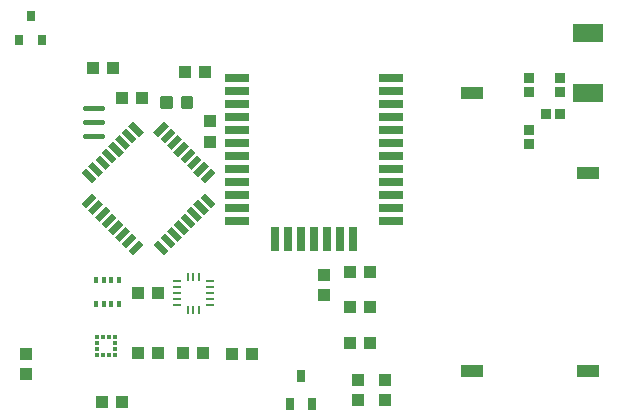
<source format=gtp>
G75*
%MOIN*%
%OFA0B0*%
%FSLAX25Y25*%
%IPPOS*%
%LPD*%
%AMOC8*
5,1,8,0,0,1.08239X$1,22.5*
%
%ADD10R,0.04331X0.03937*%
%ADD11C,0.01181*%
%ADD12R,0.03937X0.04331*%
%ADD13R,0.05000X0.02200*%
%ADD14R,0.02200X0.05000*%
%ADD15R,0.02756X0.01102*%
%ADD16R,0.01102X0.02756*%
%ADD17C,0.01772*%
%ADD18R,0.07874X0.02756*%
%ADD19R,0.02756X0.07874*%
%ADD20R,0.03346X0.03543*%
%ADD21R,0.03543X0.03346*%
%ADD22R,0.03150X0.03937*%
%ADD23R,0.07677X0.03937*%
%ADD24R,0.09843X0.06299*%
%ADD25R,0.03150X0.03543*%
%ADD26R,0.01378X0.01969*%
%ADD27R,0.01772X0.01378*%
%ADD28R,0.01378X0.01772*%
D10*
X0103272Y0017173D03*
X0109965Y0017173D03*
X0115358Y0033315D03*
X0122051Y0033315D03*
X0130358Y0033315D03*
X0137051Y0033315D03*
X0146579Y0032921D03*
X0153272Y0032921D03*
X0122051Y0053315D03*
X0115358Y0053315D03*
X0185949Y0048669D03*
X0192642Y0048669D03*
X0192642Y0036858D03*
X0185949Y0036858D03*
X0185949Y0060480D03*
X0192642Y0060480D03*
X0116539Y0118315D03*
X0109846Y0118315D03*
X0107051Y0128315D03*
X0100358Y0128315D03*
X0130831Y0127016D03*
X0137524Y0127016D03*
D11*
X0130228Y0118276D02*
X0130228Y0115520D01*
X0130228Y0118276D02*
X0132984Y0118276D01*
X0132984Y0115520D01*
X0130228Y0115520D01*
X0130228Y0116700D02*
X0132984Y0116700D01*
X0132984Y0117880D02*
X0130228Y0117880D01*
X0123323Y0118276D02*
X0123323Y0115520D01*
X0123323Y0118276D02*
X0126079Y0118276D01*
X0126079Y0115520D01*
X0123323Y0115520D01*
X0123323Y0116700D02*
X0126079Y0116700D01*
X0126079Y0117880D02*
X0123323Y0117880D01*
D12*
X0077878Y0026425D03*
X0077878Y0033118D03*
X0177091Y0052803D03*
X0177091Y0059496D03*
X0188508Y0024457D03*
X0197563Y0024457D03*
X0197563Y0017764D03*
X0188508Y0017764D03*
X0139335Y0103906D03*
X0139335Y0110598D03*
D13*
G36*
X0115538Y0105515D02*
X0112004Y0109049D01*
X0113560Y0110605D01*
X0117094Y0107071D01*
X0115538Y0105515D01*
G37*
G36*
X0113311Y0103288D02*
X0109777Y0106822D01*
X0111333Y0108378D01*
X0114867Y0104844D01*
X0113311Y0103288D01*
G37*
G36*
X0111084Y0101061D02*
X0107550Y0104595D01*
X0109106Y0106151D01*
X0112640Y0102617D01*
X0111084Y0101061D01*
G37*
G36*
X0108857Y0098834D02*
X0105323Y0102368D01*
X0106879Y0103924D01*
X0110413Y0100390D01*
X0108857Y0098834D01*
G37*
G36*
X0106630Y0096607D02*
X0103096Y0100141D01*
X0104652Y0101697D01*
X0108186Y0098163D01*
X0106630Y0096607D01*
G37*
G36*
X0104403Y0094379D02*
X0100869Y0097913D01*
X0102425Y0099469D01*
X0105959Y0095935D01*
X0104403Y0094379D01*
G37*
G36*
X0102176Y0092152D02*
X0098642Y0095686D01*
X0100198Y0097242D01*
X0103732Y0093708D01*
X0102176Y0092152D01*
G37*
G36*
X0099949Y0089925D02*
X0096415Y0093459D01*
X0097971Y0095015D01*
X0101505Y0091481D01*
X0099949Y0089925D01*
G37*
G36*
X0128303Y0070479D02*
X0124769Y0074013D01*
X0126325Y0075569D01*
X0129859Y0072035D01*
X0128303Y0070479D01*
G37*
G36*
X0126076Y0068252D02*
X0122542Y0071786D01*
X0124098Y0073342D01*
X0127632Y0069808D01*
X0126076Y0068252D01*
G37*
G36*
X0123849Y0066025D02*
X0120315Y0069559D01*
X0121871Y0071115D01*
X0125405Y0067581D01*
X0123849Y0066025D01*
G37*
G36*
X0130530Y0072706D02*
X0126996Y0076240D01*
X0128552Y0077796D01*
X0132086Y0074262D01*
X0130530Y0072706D01*
G37*
G36*
X0132757Y0074933D02*
X0129223Y0078467D01*
X0130779Y0080023D01*
X0134313Y0076489D01*
X0132757Y0074933D01*
G37*
G36*
X0134984Y0077161D02*
X0131450Y0080695D01*
X0133006Y0082251D01*
X0136540Y0078717D01*
X0134984Y0077161D01*
G37*
G36*
X0137212Y0079388D02*
X0133678Y0082922D01*
X0135234Y0084478D01*
X0138768Y0080944D01*
X0137212Y0079388D01*
G37*
G36*
X0139439Y0081615D02*
X0135905Y0085149D01*
X0137461Y0086705D01*
X0140995Y0083171D01*
X0139439Y0081615D01*
G37*
D14*
G36*
X0137461Y0089925D02*
X0135905Y0091481D01*
X0139439Y0095015D01*
X0140995Y0093459D01*
X0137461Y0089925D01*
G37*
G36*
X0135234Y0092152D02*
X0133678Y0093708D01*
X0137212Y0097242D01*
X0138768Y0095686D01*
X0135234Y0092152D01*
G37*
G36*
X0133006Y0094379D02*
X0131450Y0095935D01*
X0134984Y0099469D01*
X0136540Y0097913D01*
X0133006Y0094379D01*
G37*
G36*
X0130779Y0096607D02*
X0129223Y0098163D01*
X0132757Y0101697D01*
X0134313Y0100141D01*
X0130779Y0096607D01*
G37*
G36*
X0128552Y0098834D02*
X0126996Y0100390D01*
X0130530Y0103924D01*
X0132086Y0102368D01*
X0128552Y0098834D01*
G37*
G36*
X0126325Y0101061D02*
X0124769Y0102617D01*
X0128303Y0106151D01*
X0129859Y0104595D01*
X0126325Y0101061D01*
G37*
G36*
X0124098Y0103288D02*
X0122542Y0104844D01*
X0126076Y0108378D01*
X0127632Y0106822D01*
X0124098Y0103288D01*
G37*
G36*
X0121871Y0105515D02*
X0120315Y0107071D01*
X0123849Y0110605D01*
X0125405Y0109049D01*
X0121871Y0105515D01*
G37*
G36*
X0097971Y0081615D02*
X0096415Y0083171D01*
X0099949Y0086705D01*
X0101505Y0085149D01*
X0097971Y0081615D01*
G37*
G36*
X0100198Y0079388D02*
X0098642Y0080944D01*
X0102176Y0084478D01*
X0103732Y0082922D01*
X0100198Y0079388D01*
G37*
G36*
X0102425Y0077161D02*
X0100869Y0078717D01*
X0104403Y0082251D01*
X0105959Y0080695D01*
X0102425Y0077161D01*
G37*
G36*
X0104652Y0074933D02*
X0103096Y0076489D01*
X0106630Y0080023D01*
X0108186Y0078467D01*
X0104652Y0074933D01*
G37*
G36*
X0106879Y0072706D02*
X0105323Y0074262D01*
X0108857Y0077796D01*
X0110413Y0076240D01*
X0106879Y0072706D01*
G37*
G36*
X0109106Y0070479D02*
X0107550Y0072035D01*
X0111084Y0075569D01*
X0112640Y0074013D01*
X0109106Y0070479D01*
G37*
G36*
X0111333Y0068252D02*
X0109777Y0069808D01*
X0113311Y0073342D01*
X0114867Y0071786D01*
X0111333Y0068252D01*
G37*
G36*
X0113560Y0066025D02*
X0112004Y0067581D01*
X0115538Y0071115D01*
X0117094Y0069559D01*
X0113560Y0066025D01*
G37*
D15*
X0128193Y0057252D03*
X0128193Y0055283D03*
X0128193Y0053315D03*
X0128193Y0051346D03*
X0128193Y0049378D03*
X0139217Y0049378D03*
X0139217Y0051346D03*
X0139217Y0053315D03*
X0139217Y0055283D03*
X0139217Y0057252D03*
D16*
X0135673Y0058827D03*
X0133705Y0058827D03*
X0131736Y0058827D03*
X0131736Y0047803D03*
X0133705Y0047803D03*
X0135673Y0047803D03*
D17*
X0103340Y0105677D02*
X0097612Y0105677D01*
X0097612Y0110402D02*
X0103340Y0110402D01*
X0103340Y0115126D02*
X0097612Y0115126D01*
D18*
X0148232Y0116386D03*
X0148232Y0120717D03*
X0148232Y0125047D03*
X0148232Y0112055D03*
X0148232Y0107724D03*
X0148232Y0103394D03*
X0148232Y0099063D03*
X0148232Y0094732D03*
X0148232Y0090402D03*
X0148232Y0086071D03*
X0148232Y0081740D03*
X0148232Y0077409D03*
X0199413Y0077409D03*
X0199413Y0081740D03*
X0199413Y0086071D03*
X0199413Y0090402D03*
X0199413Y0094732D03*
X0199413Y0099063D03*
X0199413Y0103394D03*
X0199413Y0107724D03*
X0199413Y0112055D03*
X0199413Y0116386D03*
X0199413Y0120717D03*
X0199413Y0125047D03*
D19*
X0186815Y0071504D03*
X0182484Y0071504D03*
X0178154Y0071504D03*
X0173823Y0071504D03*
X0169492Y0071504D03*
X0165161Y0071504D03*
X0160831Y0071504D03*
D20*
X0251185Y0113236D03*
X0255752Y0113236D03*
D21*
X0255831Y0120402D03*
X0255831Y0124969D03*
X0245594Y0124969D03*
X0245594Y0120402D03*
X0245594Y0107646D03*
X0245594Y0103079D03*
D22*
X0169610Y0025835D03*
X0165870Y0016386D03*
X0173350Y0016386D03*
D23*
X0226697Y0027409D03*
X0265280Y0027409D03*
X0265280Y0093551D03*
X0226697Y0119929D03*
D24*
X0265280Y0119929D03*
X0265280Y0140008D03*
D25*
X0083193Y0137646D03*
X0075713Y0137646D03*
X0079453Y0145913D03*
D26*
X0101205Y0057823D03*
X0103764Y0057823D03*
X0106323Y0057823D03*
X0108882Y0057823D03*
X0108882Y0049752D03*
X0106323Y0049752D03*
X0103764Y0049752D03*
X0101205Y0049752D03*
D27*
X0101657Y0038630D03*
X0101657Y0036661D03*
X0101657Y0034693D03*
X0101657Y0032724D03*
X0107642Y0032724D03*
X0107642Y0034693D03*
X0107642Y0036661D03*
X0107642Y0038630D03*
D28*
X0105634Y0038669D03*
X0103665Y0038669D03*
X0103665Y0032685D03*
X0105634Y0032685D03*
M02*

</source>
